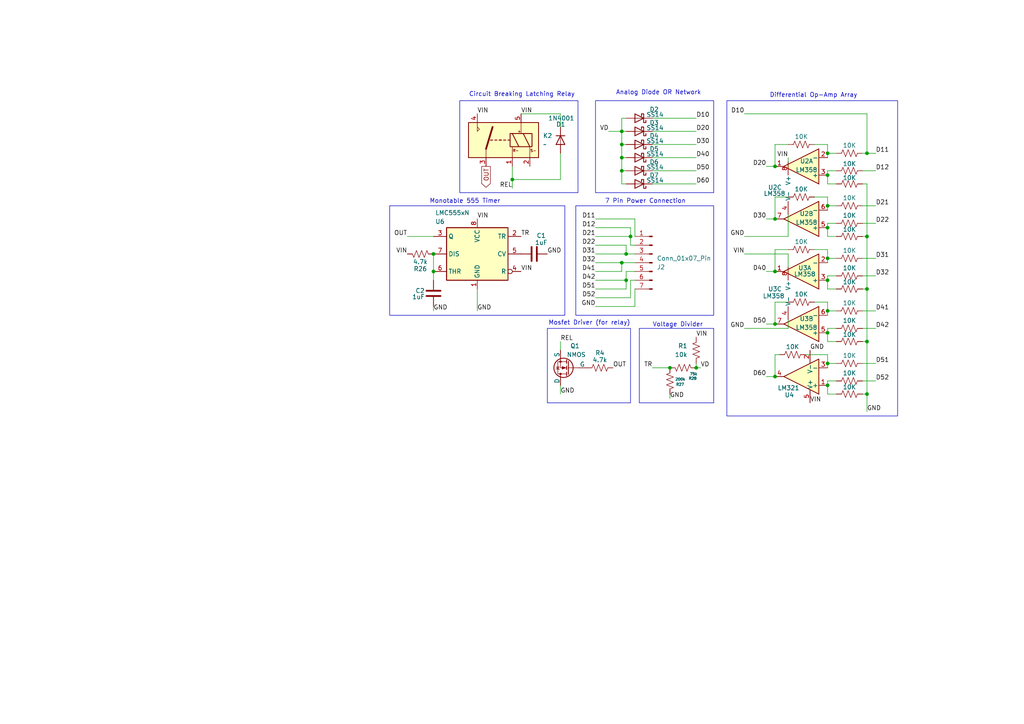
<source format=kicad_sch>
(kicad_sch (version 20250114) (generator "eeschema") (generator_version "9.0")
  (paper "A4")
  (lib_symbols
    (symbol "Amplifier_Operational:LM321" (pin_names (offset 0.127))
      (property "Reference" "U" (at 0 7.62 0))
      (property "Value" "LM321" (at 0 5.08 0))
      (symbol "LM321_0_1"
        (polyline (pts (xy -5.08 5.08) (xy 5.08 0) (xy -5.08 -5.08) (xy -5.08 5.08)) (stroke (width 0.254)) (fill (type background)))
      )
      (symbol "LM321_1_1"
        (pin input line (at -7.62 2.54 0) (length 2.54) (name "+") (number "1"))
        (pin input line (at -7.62 -2.54 0) (length 2.54) (name "-") (number "3"))
        (pin power_in line (at -2.54 7.62 270) (length 3.81) (name "V+") (number "5"))
        (pin power_in line (at -2.54 -7.62 90) (length 3.81) (name "V-") (number "2"))
        (pin output line (at 7.62 0 180) (length 2.54) (name "~") (number "4"))
      )
    )
    (symbol "Amplifier_Operational:LM358" (pin_names (offset 0.127))
      (property "Reference" "U" (at 0 5.08 0))
      (property "Value" "LM358" (at 0 -5.08 0))
      (symbol "LM358_1_1"
        (polyline (pts (xy -5.08 5.08) (xy 5.08 0) (xy -5.08 -5.08) (xy -5.08 5.08)) (stroke (width 0.254)) (fill (type background)))
        (pin input line (at -7.62 2.54 0) (length 2.54) (name "+") (number "3"))
        (pin input line (at -7.62 -2.54 0) (length 2.54) (name "-") (number "2"))
        (pin output line (at 7.62 0 180) (length 2.54) (name "~") (number "1"))
      )
      (symbol "LM358_2_1"
        (polyline (pts (xy -5.08 5.08) (xy 5.08 0) (xy -5.08 -5.08) (xy -5.08 5.08)) (stroke (width 0.254)) (fill (type background)))
        (pin input line (at -7.62 2.54 0) (length 2.54) (name "+") (number "5"))
        (pin input line (at -7.62 -2.54 0) (length 2.54) (name "-") (number "6"))
        (pin output line (at 7.62 0 180) (length 2.54) (name "~") (number "7"))
      )
      (symbol "LM358_3_1"
        (pin power_in line (at -2.54 7.62 270) (length 3.81) (name "V+") (number "8"))
        (pin power_in line (at -2.54 -7.62 90) (length 3.81) (name "V-") (number "4"))
      )
    )
    (symbol "Connector:Conn_01x07_Pin" (pin_names (offset 1.016) (hide yes))
      (property "Reference" "J" (at 0 10.16 0))
      (property "Value" "Conn_01x07_Pin" (at 0 -10.16 0))
      (symbol "Conn_01x07_Pin_1_1"
        (rectangle (start 0.8636 7.747) (end 0 7.493) (stroke (width 0.1524)) (fill (type outline)))
        (rectangle (start 0.8636 5.207) (end 0 4.953) (stroke (width 0.1524)) (fill (type outline)))
        (rectangle (start 0.8636 2.667) (end 0 2.413) (stroke (width 0.1524)) (fill (type outline)))
        (rectangle (start 0.8636 0.127) (end 0 -0.127) (stroke (width 0.1524)) (fill (type outline)))
        (rectangle (start 0.8636 -2.413) (end 0 -2.667) (stroke (width 0.1524)) (fill (type outline)))
        (rectangle (start 0.8636 -4.953) (end 0 -5.207) (stroke (width 0.1524)) (fill (type outline)))
        (rectangle (start 0.8636 -7.493) (end 0 -7.747) (stroke (width 0.1524)) (fill (type outline)))
        (polyline (pts (xy 1.27 7.62) (xy 0.8636 7.62)) (stroke (width 0.1524)))
        (polyline (pts (xy 1.27 5.08) (xy 0.8636 5.08)) (stroke (width 0.1524)))
        (polyline (pts (xy 1.27 2.54) (xy 0.8636 2.54)) (stroke (width 0.1524)))
        (polyline (pts (xy 1.27 0) (xy 0.8636 0)) (stroke (width 0.1524)))
        (polyline (pts (xy 1.27 -2.54) (xy 0.8636 -2.54)) (stroke (width 0.1524)))
        (polyline (pts (xy 1.27 -5.08) (xy 0.8636 -5.08)) (stroke (width 0.1524)))
        (polyline (pts (xy 1.27 -7.62) (xy 0.8636 -7.62)) (stroke (width 0.1524)))
        (pin passive line (at 5.08 7.62 180) (length 3.81) (name "Pin_1") (number "1"))
        (pin passive line (at 5.08 5.08 180) (length 3.81) (name "Pin_2") (number "2"))
        (pin passive line (at 5.08 2.54 180) (length 3.81) (name "Pin_3") (number "3"))
        (pin passive line (at 5.08 0 180) (length 3.81) (name "Pin_4") (number "4"))
        (pin passive line (at 5.08 -2.54 180) (length 3.81) (name "Pin_5") (number "5"))
        (pin passive line (at 5.08 -5.08 180) (length 3.81) (name "Pin_6") (number "6"))
        (pin passive line (at 5.08 -7.62 180) (length 3.81) (name "Pin_7") (number "7"))
      )
    )
    (symbol "Device:C" (pin_numbers (hide yes)) (pin_names (offset 0.254))
      (property "Reference" "C" (at 0.635 2.54 0))
      (property "Value" "C" (at 0.635 -2.54 0))
      (symbol "C_0_1"
        (polyline (pts (xy -2.032 0.762) (xy 2.032 0.762)) (stroke (width 0.508)))
        (polyline (pts (xy -2.032 -0.762) (xy 2.032 -0.762)) (stroke (width 0.508)))
      )
      (symbol "C_1_1"
        (pin passive line (at 0 3.81 270) (length 2.794) (name "~") (number "1"))
        (pin passive line (at 0 -3.81 90) (length 2.794) (name "~") (number "2"))
      )
    )
    (symbol "Device:R_US" (pin_numbers (hide yes)) (pin_names (offset 0))
      (property "Reference" "R" (at 2.54 0 90))
      (property "Value" "R_US" (at -2.54 0 90))
      (symbol "R_US_0_1"
        (polyline (pts (xy 0 2.286) (xy 0 2.54)))
        (polyline (pts (xy 0 2.286) (xy 1.016 1.905) (xy 0 1.524) (xy -1.016 1.143) (xy 0 0.762)))
        (polyline (pts (xy 0 0.762) (xy 1.016 0.381) (xy 0 0) (xy -1.016 -0.381) (xy 0 -0.762)))
        (polyline (pts (xy 0 -0.762) (xy 1.016 -1.143) (xy 0 -1.524) (xy -1.016 -1.905) (xy 0 -2.286)))
        (polyline (pts (xy 0 -2.286) (xy 0 -2.54)))
      )
      (symbol "R_US_1_1"
        (pin passive line (at 0 3.81 270) (length 1.27) (name "~") (number "1"))
        (pin passive line (at 0 -3.81 90) (length 1.27) (name "~") (number "2"))
      )
    )
    (symbol "Diode:1N4001" (pin_numbers (hide yes)) (pin_names (hide yes))
      (property "Reference" "D" (at 0 2.54 0))
      (property "Value" "1N4001" (at 0 -2.54 0))
      (symbol "1N4001_0_1"
        (polyline (pts (xy -1.27 1.27) (xy -1.27 -1.27)) (stroke (width 0.254)))
        (polyline (pts (xy 1.27 1.27) (xy 1.27 -1.27) (xy -1.27 0) (xy 1.27 1.27)) (stroke (width 0.254)))
        (polyline (pts (xy 1.27 0) (xy -1.27 0)))
      )
      (symbol "1N4001_1_1"
        (pin passive line (at -3.81 0 0) (length 2.54) (name "K") (number "1"))
        (pin passive line (at 3.81 0 180) (length 2.54) (name "A") (number "2"))
      )
    )
    (symbol "Diode:SS14" (pin_numbers (hide yes)) (pin_names (offset 1.016) (hide yes))
      (property "Reference" "D" (at 0 2.54 0))
      (property "Value" "SS14" (at 0 -2.54 0))
      (symbol "SS14_0_1"
        (polyline (pts (xy -1.905 0.635) (xy -1.905 1.27) (xy -1.27 1.27) (xy -1.27 -1.27) (xy -0.635 -1.27) (xy -0.635 -0.635)) (stroke (width 0.254)))
        (polyline (pts (xy 1.27 1.27) (xy 1.27 -1.27) (xy -1.27 0) (xy 1.27 1.27)) (stroke (width 0.254)))
        (polyline (pts (xy 1.27 0) (xy -1.27 0)))
      )
      (symbol "SS14_1_1"
        (pin passive line (at -3.81 0 0) (length 2.54) (name "K") (number "1"))
        (pin passive line (at 3.81 0 180) (length 2.54) (name "A") (number "2"))
      )
    )
    (symbol "Relay:Relay_SPST_Latching_2coil_Combined_SR"
      (property "Reference" "K" (at 12.954 5.08 0))
      (symbol "Relay_SPST_Latching_2coil_Combined_SR_0_1"
        (polyline (pts (xy -7.62 -3.81) (xy -7.62 -0.635)))
        (polyline (pts (xy -5.08 6.35) (xy -5.08 3.175)))
        (polyline (pts (xy -2.54 -3.81) (xy -2.54 -0.635)))
      )
      (symbol "Relay_SPST_Latching_2coil_Combined_SR_1_1"
        (rectangle (start -10.16 6.35) (end 10.16 -3.81) (stroke (width 0.254)) (fill (type background)))
        (rectangle (start -8.255 3.175) (end -1.905 -0.635) (stroke (width 0.254)))
        (polyline (pts (xy -7.62 -0.635) (xy -5.715 3.175)) (stroke (width 0.254)))
        (polyline (pts (xy -4.445 -0.635) (xy -2.54 3.175)) (stroke (width 0.254)))
        (polyline (pts (xy -1.905 1.27) (xy -1.27 1.27)) (stroke (width 0.254)))
        (polyline (pts (xy -0.635 1.27) (xy 0 1.27)) (stroke (width 0.254)))
        (polyline (pts (xy 0.635 1.27) (xy 1.27 1.27)) (stroke (width 0.254)))
        (polyline (pts (xy 0.635 1.27) (xy 1.27 1.27)) (stroke (width 0.254)))
        (polyline (pts (xy 1.905 1.27) (xy 2.54 1.27)) (stroke (width 0.254)))
        (polyline (pts (xy 3.175 1.27) (xy 3.81 1.27)) (stroke (width 0.254)))
        (polyline (pts (xy 5.08 -1.27) (xy 3.175 5.08)) (stroke (width 0.508)))
        (polyline (pts (xy 5.08 -1.27) (xy 5.08 -3.81)))
        (polyline (pts (xy 7.62 5.08) (xy 7.62 6.35)))
        (polyline (pts (xy 7.62 5.08) (xy 7.62 3.81) (xy 6.985 4.445) (xy 7.62 5.08)))
        (text "S-" (at -8.636 -1.778 0) (effects (font (size 0.762 0.762))))
        (text "+" (at -4.572 3.81 0) (effects (font (size 0.762 0.762))))
        (text "R-" (at -3.556 -1.778 0) (effects (font (size 0.762 0.762))))
        (pin passive line (at -7.62 -6.35 90) (length 2.54) (name "~") (number "2"))
        (pin passive line (at -5.08 8.89 270) (length 2.54) (name "~") (number "5"))
        (pin passive line (at -2.54 -6.35 90) (length 2.54) (name "~") (number "1"))
        (pin passive line (at 5.08 -6.35 90) (length 2.54) (name "~") (number "3"))
        (pin passive line (at 7.62 8.89 270) (length 2.54) (name "~") (number "4"))
      )
    )
    (symbol "Simulation_SPICE:NMOS" (pin_numbers (hide yes)) (pin_names (offset 0))
      (property "Reference" "Q" (at 5.08 1.27 0))
      (property "Value" "NMOS" (at 5.08 -1.27 0))
      (symbol "NMOS_0_1"
        (polyline (pts (xy 0.254 1.905) (xy 0.254 -1.905)) (stroke (width 0.254)))
        (polyline (pts (xy 0.254 0) (xy -2.54 0)))
        (polyline (pts (xy 0.762 2.286) (xy 0.762 1.27)) (stroke (width 0.254)))
        (polyline (pts (xy 0.762 0.508) (xy 0.762 -0.508)) (stroke (width 0.254)))
        (polyline (pts (xy 0.762 -1.27) (xy 0.762 -2.286)) (stroke (width 0.254)))
        (polyline (pts (xy 0.762 -1.778) (xy 3.302 -1.778) (xy 3.302 1.778) (xy 0.762 1.778)))
        (polyline (pts (xy 1.016 0) (xy 2.032 0.381) (xy 2.032 -0.381) (xy 1.016 0)) (fill (type outline)))
        (circle (center 1.651 0) (radius 2.794) (stroke (width 0.254)))
        (polyline (pts (xy 2.54 2.54) (xy 2.54 1.778)))
        (circle (center 2.54 1.778) (radius 0.254) (fill (type outline)))
        (circle (center 2.54 -1.778) (radius 0.254) (fill (type outline)))
        (polyline (pts (xy 2.54 -2.54) (xy 2.54 0) (xy 0.762 0)))
        (polyline (pts (xy 2.794 0.508) (xy 2.921 0.381) (xy 3.683 0.381) (xy 3.81 0.254)))
        (polyline (pts (xy 3.302 0.381) (xy 2.921 -0.254) (xy 3.683 -0.254) (xy 3.302 0.381)))
      )
      (symbol "NMOS_1_1"
        (pin input line (at -5.08 0 0) (length 2.54) (name "G") (number "2"))
        (pin passive line (at 2.54 5.08 270) (length 2.54) (name "D") (number "1"))
        (pin passive line (at 2.54 -5.08 90) (length 2.54) (name "S") (number "3"))
      )
    )
    (symbol "Timer:LMC555xN"
      (property "Reference" "U" (at -10.16 8.89 0))
      (property "Value" "LMC555xN" (at 2.54 8.89 0))
      (symbol "LMC555xN_0_0"
        (pin power_in line (at 0 10.16 270) (length 2.54) (name "VCC") (number "8"))
        (pin power_in line (at 0 -10.16 90) (length 2.54) (name "GND") (number "1"))
      )
      (symbol "LMC555xN_0_1"
        (rectangle (start -8.89 -7.62) (end 8.89 7.62) (stroke (width 0.254)) (fill (type background)))
        (rectangle (start -8.89 -7.62) (end 8.89 7.62) (stroke (width 0.254)) (fill (type background)))
      )
      (symbol "LMC555xN_1_1"
        (pin input line (at -12.7 5.08 0) (length 3.81) (name "TR") (number "2"))
        (pin input line (at -12.7 0 0) (length 3.81) (name "CV") (number "5"))
        (pin input inverted (at -12.7 -5.08 0) (length 3.81) (name "R") (number "4"))
        (pin output line (at 12.7 5.08 180) (length 3.81) (name "Q") (number "3"))
        (pin input line (at 12.7 0 180) (length 3.81) (name "DIS") (number "7"))
        (pin input line (at 12.7 -5.08 180) (length 3.81) (name "THR") (number "6"))
      )
    )
  )
  (rectangle (start 210.82 29.21) (end 260.35 120.65))
  (rectangle (start 167.005 59.69) (end 207.01 91.44))
  (rectangle (start 158.75 95.25) (end 182.88 116.84))
  (rectangle (start 133.35 29.21) (end 167.64 55.88))
  (rectangle (start 113.03 59.69) (end 163.83 91.44))
  (rectangle (start 185.42 95.25) (end 207.01 116.84))
  (rectangle (start 172.72 29.21) (end 207.01 55.88))
  (text "7 Pin Power Connection" (at 187.198 58.42 0) (effects (font (size 1.27 1.27))))
  (text "Mosfet Driver (for relay)" (at 170.942 93.726 0) (effects (font (size 1.27 1.27))))
  (text "Voltage Divider\n" (at 196.596 94.234 0) (effects (font (size 1.27 1.27))))
  (text "Monotable 555 Timer" (at 134.874 58.42 0) (effects (font (size 1.27 1.27))))
  (text "Analog Diode OR Network" (at 191.008 26.924 0) (effects (font (size 1.27 1.27))))
  (text "Circuit Breaking Latching Relay" (at 151.384 27.432 0) (effects (font (size 1.27 1.27))))
  (text "Differential Op-Amp Array" (at 235.966 27.686 0) (effects (font (size 1.27 1.27))))
  (junction (at 240.03 44.45))
  (junction (at 180.34 38.1))
  (junction (at 125.73 73.66))
  (junction (at 180.34 45.72))
  (junction (at 148.59 52.07))
  (junction (at 240.03 96.52))
  (junction (at 240.03 66.04))
  (junction (at 224.79 63.5))
  (junction (at 194.31 106.68))
  (junction (at 180.34 49.53))
  (junction (at 224.79 93.98))
  (junction (at 180.34 41.91))
  (junction (at 251.46 114.3))
  (junction (at 251.46 44.45))
  (junction (at 180.34 76.2))
  (junction (at 240.03 105.41))
  (junction (at 240.03 81.28))
  (junction (at 181.61 81.28))
  (junction (at 224.79 48.26))
  (junction (at 240.03 111.76))
  (junction (at 224.79 109.22))
  (junction (at 224.79 78.74))
  (junction (at 125.73 78.74))
  (junction (at 240.03 59.69))
  (junction (at 251.46 99.06))
  (junction (at 240.03 90.17))
  (junction (at 251.46 68.58))
  (junction (at 240.03 74.93))
  (junction (at 182.88 68.58))
  (junction (at 240.03 50.8))
  (junction (at 181.61 73.66))
  (junction (at 201.93 106.68))
  (junction (at 251.46 83.82))
  (wire (pts (xy 182.88 66.04) (xy 182.88 68.58)))
  (wire (pts (xy 180.34 76.2) (xy 184.15 76.2)))
  (wire (pts (xy 224.79 72.39) (xy 224.79 78.74)))
  (wire (pts (xy 189.23 53.34) (xy 201.93 53.34)))
  (wire (pts (xy 184.15 78.74) (xy 181.61 78.74)))
  (wire (pts (xy 224.79 57.15) (xy 224.79 63.5)))
  (wire (pts (xy 148.59 52.07) (xy 148.59 48.26)))
  (wire (pts (xy 242.57 80.01) (xy 240.03 80.01)))
  (wire (pts (xy 118.11 68.58) (xy 125.73 68.58)))
  (wire (pts (xy 162.56 33.02) (xy 162.56 36.83)))
  (wire (pts (xy 240.03 45.72) (xy 240.03 44.45)))
  (wire (pts (xy 184.15 83.82) (xy 184.15 88.9)))
  (wire (pts (xy 240.03 90.17) (xy 240.03 87.63)))
  (wire (pts (xy 228.6 62.23) (xy 228.6 68.58)))
  (wire (pts (xy 240.03 106.68) (xy 240.03 105.41)))
  (wire (pts (xy 184.15 68.58) (xy 184.15 63.5)))
  (wire (pts (xy 240.03 60.96) (xy 240.03 59.69)))
  (wire (pts (xy 240.03 50.8) (xy 240.03 53.34)))
  (wire (pts (xy 240.03 110.49) (xy 240.03 111.76)))
  (wire (pts (xy 162.56 99.06) (xy 162.56 101.6)))
  (wire (pts (xy 240.03 59.69) (xy 240.03 57.15)))
  (wire (pts (xy 240.03 91.44) (xy 240.03 90.17)))
  (wire (pts (xy 240.03 53.34) (xy 242.57 53.34)))
  (wire (pts (xy 240.03 64.77) (xy 240.03 66.04)))
  (wire (pts (xy 228.6 45.72) (xy 228.6 46.99)))
  (wire (pts (xy 172.72 88.9) (xy 184.15 88.9)))
  (wire (pts (xy 228.6 57.15) (xy 224.79 57.15)))
  (wire (pts (xy 250.19 90.17) (xy 254 90.17)))
  (wire (pts (xy 228.6 92.71) (xy 228.6 95.25)))
  (wire (pts (xy 240.03 72.39) (xy 236.22 72.39)))
  (wire (pts (xy 222.25 48.26) (xy 224.79 48.26)))
  (wire (pts (xy 250.19 99.06) (xy 251.46 99.06)))
  (wire (pts (xy 180.34 38.1) (xy 180.34 41.91)))
  (wire (pts (xy 162.56 52.07) (xy 148.59 52.07)))
  (wire (pts (xy 250.19 68.58) (xy 251.46 68.58)))
  (wire (pts (xy 240.03 57.15) (xy 236.22 57.15)))
  (wire (pts (xy 184.15 81.28) (xy 182.88 81.28)))
  (wire (pts (xy 254 110.49) (xy 250.19 110.49)))
  (wire (pts (xy 228.6 41.91) (xy 224.79 41.91)))
  (wire (pts (xy 250.19 114.3) (xy 251.46 114.3)))
  (wire (pts (xy 251.46 99.06) (xy 251.46 114.3)))
  (wire (pts (xy 250.19 44.45) (xy 251.46 44.45)))
  (wire (pts (xy 222.25 93.98) (xy 224.79 93.98)))
  (wire (pts (xy 224.79 41.91) (xy 224.79 48.26)))
  (wire (pts (xy 172.72 81.28) (xy 181.61 81.28)))
  (wire (pts (xy 162.56 111.76) (xy 162.56 114.3)))
  (wire (pts (xy 250.19 59.69) (xy 254 59.69)))
  (wire (pts (xy 189.23 41.91) (xy 201.93 41.91)))
  (wire (pts (xy 240.03 44.45) (xy 242.57 44.45)))
  (wire (pts (xy 148.59 52.07) (xy 148.59 54.61)))
  (wire (pts (xy 240.03 80.01) (xy 240.03 81.28)))
  (wire (pts (xy 228.6 72.39) (xy 224.79 72.39)))
  (wire (pts (xy 181.61 73.66) (xy 181.61 71.12)))
  (wire (pts (xy 180.34 41.91) (xy 181.61 41.91)))
  (wire (pts (xy 151.13 33.02) (xy 162.56 33.02)))
  (wire (pts (xy 240.03 96.52) (xy 240.03 99.06)))
  (wire (pts (xy 172.72 76.2) (xy 180.34 76.2)))
  (wire (pts (xy 242.57 110.49) (xy 240.03 110.49)))
  (wire (pts (xy 251.46 44.45) (xy 251.46 33.02)))
  (wire (pts (xy 251.46 44.45) (xy 254 44.45)))
  (wire (pts (xy 215.9 33.02) (xy 251.46 33.02)))
  (wire (pts (xy 242.57 64.77) (xy 240.03 64.77)))
  (wire (pts (xy 240.03 99.06) (xy 242.57 99.06)))
  (wire (pts (xy 240.03 49.53) (xy 240.03 50.8)))
  (wire (pts (xy 226.06 102.87) (xy 224.79 102.87)))
  (wire (pts (xy 176.53 38.1) (xy 180.34 38.1)))
  (wire (pts (xy 240.03 44.45) (xy 240.03 41.91)))
  (wire (pts (xy 172.72 68.58) (xy 182.88 68.58)))
  (wire (pts (xy 189.23 34.29) (xy 201.93 34.29)))
  (wire (pts (xy 250.19 74.93) (xy 254 74.93)))
  (wire (pts (xy 240.03 87.63) (xy 236.22 87.63)))
  (wire (pts (xy 254 95.25) (xy 250.19 95.25)))
  (wire (pts (xy 222.25 109.22) (xy 224.79 109.22)))
  (wire (pts (xy 222.25 78.74) (xy 224.79 78.74)))
  (wire (pts (xy 138.43 83.82) (xy 138.43 90.17)))
  (wire (pts (xy 215.9 73.66) (xy 228.6 73.66)))
  (wire (pts (xy 180.34 76.2) (xy 180.34 78.74)))
  (wire (pts (xy 181.61 49.53) (xy 180.34 49.53)))
  (wire (pts (xy 180.34 45.72) (xy 180.34 49.53)))
  (wire (pts (xy 201.93 106.68) (xy 203.2 106.68)))
  (wire (pts (xy 251.46 68.58) (xy 251.46 83.82)))
  (wire (pts (xy 184.15 73.66) (xy 181.61 73.66)))
  (wire (pts (xy 182.88 68.58) (xy 182.88 71.12)))
  (wire (pts (xy 189.23 106.68) (xy 194.31 106.68)))
  (wire (pts (xy 201.93 105.41) (xy 201.93 106.68)))
  (wire (pts (xy 240.03 102.87) (xy 233.68 102.87)))
  (wire (pts (xy 194.31 114.3) (xy 194.31 115.57)))
  (wire (pts (xy 240.03 74.93) (xy 240.03 72.39)))
  (wire (pts (xy 242.57 95.25) (xy 240.03 95.25)))
  (wire (pts (xy 254 49.53) (xy 250.19 49.53)))
  (wire (pts (xy 254 64.77) (xy 250.19 64.77)))
  (wire (pts (xy 240.03 111.76) (xy 240.03 114.3)))
  (wire (pts (xy 125.73 88.9) (xy 125.73 90.17)))
  (wire (pts (xy 236.22 41.91) (xy 240.03 41.91)))
  (wire (pts (xy 172.72 73.66) (xy 181.61 73.66)))
  (wire (pts (xy 250.19 53.34) (xy 251.46 53.34)))
  (wire (pts (xy 125.73 81.28) (xy 125.73 78.74)))
  (wire (pts (xy 251.46 83.82) (xy 251.46 99.06)))
  (wire (pts (xy 240.03 83.82) (xy 242.57 83.82)))
  (wire (pts (xy 240.03 66.04) (xy 240.03 68.58)))
  (wire (pts (xy 180.34 53.34) (xy 181.61 53.34)))
  (wire (pts (xy 240.03 90.17) (xy 242.57 90.17)))
  (wire (pts (xy 250.19 105.41) (xy 254 105.41)))
  (wire (pts (xy 181.61 78.74) (xy 181.61 81.28)))
  (wire (pts (xy 181.61 34.29) (xy 180.34 34.29)))
  (wire (pts (xy 240.03 76.2) (xy 240.03 74.93)))
  (wire (pts (xy 251.46 53.34) (xy 251.46 68.58)))
  (wire (pts (xy 240.03 105.41) (xy 242.57 105.41)))
  (wire (pts (xy 189.23 45.72) (xy 201.93 45.72)))
  (wire (pts (xy 240.03 68.58) (xy 242.57 68.58)))
  (wire (pts (xy 181.61 81.28) (xy 181.61 83.82)))
  (wire (pts (xy 189.23 38.1) (xy 201.93 38.1)))
  (wire (pts (xy 125.73 78.74) (xy 125.73 73.66)))
  (wire (pts (xy 180.34 34.29) (xy 180.34 38.1)))
  (wire (pts (xy 228.6 87.63) (xy 224.79 87.63)))
  (wire (pts (xy 172.72 83.82) (xy 181.61 83.82)))
  (wire (pts (xy 240.03 95.25) (xy 240.03 96.52)))
  (wire (pts (xy 240.03 105.41) (xy 240.03 102.87)))
  (wire (pts (xy 172.72 71.12) (xy 181.61 71.12)))
  (wire (pts (xy 172.72 86.36) (xy 182.88 86.36)))
  (wire (pts (xy 240.03 81.28) (xy 240.03 83.82)))
  (wire (pts (xy 180.34 38.1) (xy 181.61 38.1)))
  (wire (pts (xy 228.6 77.47) (xy 228.6 73.66)))
  (wire (pts (xy 162.56 44.45) (xy 162.56 52.07)))
  (wire (pts (xy 250.19 83.82) (xy 251.46 83.82)))
  (wire (pts (xy 172.72 78.74) (xy 180.34 78.74)))
  (wire (pts (xy 222.25 63.5) (xy 224.79 63.5)))
  (wire (pts (xy 172.72 66.04) (xy 182.88 66.04)))
  (wire (pts (xy 240.03 114.3) (xy 242.57 114.3)))
  (wire (pts (xy 224.79 87.63) (xy 224.79 93.98)))
  (wire (pts (xy 251.46 114.3) (xy 251.46 119.38)))
  (wire (pts (xy 184.15 71.12) (xy 182.88 71.12)))
  (wire (pts (xy 180.34 41.91) (xy 180.34 45.72)))
  (wire (pts (xy 180.34 49.53) (xy 180.34 53.34)))
  (wire (pts (xy 182.88 81.28) (xy 182.88 86.36)))
  (wire (pts (xy 172.72 63.5) (xy 184.15 63.5)))
  (wire (pts (xy 240.03 74.93) (xy 242.57 74.93)))
  (wire (pts (xy 224.79 102.87) (xy 224.79 109.22)))
  (wire (pts (xy 242.57 49.53) (xy 240.03 49.53)))
  (wire (pts (xy 180.34 45.72) (xy 181.61 45.72)))
  (wire (pts (xy 215.9 68.58) (xy 228.6 68.58)))
  (wire (pts (xy 240.03 59.69) (xy 242.57 59.69)))
  (wire (pts (xy 189.23 49.53) (xy 201.93 49.53)))
  (wire (pts (xy 215.9 95.25) (xy 228.6 95.25)))
  (wire (pts (xy 254 80.01) (xy 250.19 80.01)))
  (label "GND" (at 162.56 114.3 0))
  (label "D31" (at 254 74.93 0))
  (label "D12" (at 254 49.53 0))
  (label "GND" (at 172.72 88.9 180))
  (label "D52" (at 172.72 86.36 180))
  (label "D21" (at 254 59.69 0))
  (label "TR" (at 151.13 68.58 0))
  (label "D10" (at 201.93 34.29 0))
  (label "GND" (at 158.75 73.66 0))
  (label "D11" (at 172.72 63.5 180))
  (label "VIN" (at 151.13 33.02 0))
  (label "D20" (at 201.93 38.1 0))
  (label "GND" (at 215.9 68.58 180))
  (label "VIN" (at 215.9 73.66 180))
  (label "D11" (at 254 44.45 0))
  (label "D42" (at 254 95.25 0))
  (label "GND" (at 215.9 95.25 180))
  (label "TR" (at 189.23 106.68 180))
  (label "OUT" (at 118.11 68.58 180))
  (label "D50" (at 222.25 93.98 180))
  (label "D22" (at 172.72 71.12 180))
  (label "D50" (at 201.93 49.53 0))
  (label "VD" (at 176.53 38.1 180))
  (label "GND" (at 125.73 90.17 0))
  (label "D30" (at 222.25 63.5 180))
  (label "VIN" (at 228.6 45.72 180))
  (label "GND" (at 138.43 90.17 0))
  (label "VIN" (at 138.43 33.02 0))
  (label "D22" (at 254 64.77 0))
  (label "D52" (at 254 110.49 0))
  (label "D41" (at 254 90.17 0))
  (label "D31" (at 172.72 73.66 180))
  (label "D32" (at 172.72 76.2 180))
  (label "D20" (at 222.25 48.26 180))
  (label "D10" (at 215.9 33.02 180))
  (label "GND" (at 234.95 101.6 0))
  (label "D40" (at 222.25 78.74 180))
  (label "GND" (at 194.31 115.57 0))
  (label "OUT" (at 177.8 106.68 0))
  (label "D12" (at 172.72 66.04 180))
  (label "VIN" (at 151.13 78.74 0))
  (label "D41" (at 172.72 78.74 180))
  (label "D51" (at 172.72 83.82 180))
  (label "D51" (at 254 105.41 0))
  (label "VIN" (at 138.43 63.5 0))
  (label "REL" (at 162.56 99.06 0))
  (label "D60" (at 201.93 53.34 0))
  (label "D40" (at 201.93 45.72 0))
  (label "D60" (at 222.25 109.22 180))
  (label "VIN" (at 201.93 97.79 0))
  (label "VIN" (at 118.11 73.66 180))
  (label "GND" (at 251.46 119.38 0))
  (label "VD" (at 203.2 106.68 0))
  (label "D30" (at 201.93 41.91 0))
  (label "D32" (at 254 80.01 0))
  (label "REL" (at 148.59 54.61 180))
  (label "VIN" (at 234.95 116.84 0))
  (label "D42" (at 172.72 81.28 180))
  (label "D21" (at 172.72 68.58 180))
  (global_label "OUT" (shape output) (at 140.97 48.26 270) (property "Intersheetrefs" "${INTERSHEET_REFS}" (effects (hide yes))))
  (symbol (lib_id "Connector:Conn_01x07_Pin") (at 189.23 76.2 0) (mirror y) (unit 1)
    (property "Reference" "J2" (at 190.5 77.4701 0) (effects (justify right)))
    (property "Value" "Conn_01x07_Pin" (at 190.5 74.9301 0) (effects (justify right)))
    (property "Footprint" "Connector_JST:JST_XH_B7B-XH-AM_1x07_P2.50mm_Vertical" (effects (hide yes)))
    (property "Description" "Generic connector, single row, 01x07, script generated" (effects (hide yes)))
  )
  (symbol (lib_id "Device:R_US") (at 194.31 110.49 0) (mirror x) (unit 1)
    (property "Reference" "R27" (at 196.088 111.5061 0) (effects (font (size 0.762 0.762)) (justify left)))
    (property "Value" "200k" (at 195.834 109.982 0) (effects (font (size 0.762 0.762)) (justify left)))
    (property "Footprint" "Resistor_SMD:R_0805_2012Metric" (effects (hide yes)))
    (property "Description" "Resistor, US symbol" (effects (hide yes)))
  )
  (symbol (lib_id "Device:R_US") (at 246.38 83.82 90) (unit 1)
    (property "Reference" "R16" (effects (hide yes)))
    (property "Value" "10K" (at 246.38 81.788 90))
    (property "Footprint" "Resistor_SMD:R_0805_2012Metric" (effects (hide yes)))
    (property "Description" "Resistor, US symbol" (effects (hide yes)))
  )
  (symbol (lib_id "Diode:1N4001") (at 162.56 40.64 90) (mirror x) (unit 1)
    (property "Reference" "D1" (at 161.29 36.068 90) (effects (justify right)))
    (property "Value" "1N4001" (at 159.004 34.29 90) (effects (justify right)))
    (property "Footprint" "Diode_THT:D_DO-41_SOD81_P10.16mm_Horizontal" (effects (hide yes)))
    (property "Datasheet" "http://www.vishay.com/docs/88503/1n4001.pdf" (effects (hide yes)))
    (property "Description" "50V 1A General Purpose Rectifier Diode, DO-41" (effects (hide yes)))
    (property "Sim.Device" "D" (effects (hide yes)))
    (property "Sim.Pins" "1=K 2=A" (effects (hide yes)))
  )
  (symbol (lib_id "Device:R_US") (at 246.38 49.53 90) (unit 1)
    (property "Reference" "R7" (effects (hide yes)))
    (property "Value" "10K" (at 246.38 47.498 90))
    (property "Footprint" "Resistor_SMD:R_0805_2012Metric" (effects (hide yes)))
    (property "Description" "Resistor, US symbol" (effects (hide yes)))
  )
  (symbol (lib_id "Amplifier_Operational:LM358") (at 232.41 93.98 180) (unit 2)
    (property "Reference" "U3" (at 233.934 92.456 0))
    (property "Value" "LM358" (at 233.934 94.996 0))
    (property "Footprint" "Package_DIP:DIP-8_W7.62mm" (effects (hide yes)))
    (property "Datasheet" "http://www.ti.com/lit/ds/symlink/lm2904-n.pdf" (effects (hide yes)))
    (property "Description" "Low-Power, Dual Operational Amplifiers, DIP-8/SOIC-8/TO-99-8" (effects (hide yes)))
  )
  (symbol (lib_id "Device:R_US") (at 229.87 102.87 90) (unit 1)
    (property "Reference" "R25" (effects (hide yes)))
    (property "Value" "10K" (at 229.87 100.584 90))
    (property "Footprint" "Resistor_SMD:R_0805_2012Metric" (effects (hide yes)))
    (property "Description" "Resistor, US symbol" (effects (hide yes)))
  )
  (symbol (lib_id "Device:C") (at 154.94 73.66 90) (unit 1)
    (property "Reference" "C1" (at 156.972 68.326 90))
    (property "Value" "1uF" (at 156.972 70.358 90))
    (property "Footprint" "Capacitor_SMD:C_0805_2012Metric" (effects (hide yes)))
    (property "Description" "Unpolarized capacitor" (effects (hide yes)))
  )
  (symbol (lib_id "Device:R_US") (at 201.93 101.6 0) (mirror y) (unit 1)
    (property "Reference" "R1" (at 199.39 100.3299 0) (effects (justify left)))
    (property "Value" "10k" (at 199.39 102.8699 0) (effects (justify left)))
    (property "Footprint" "Resistor_SMD:R_0805_2012Metric" (effects (hide yes)))
    (property "Description" "Resistor, US symbol" (effects (hide yes)))
  )
  (symbol (lib_id "Device:R_US") (at 232.41 41.91 90) (unit 1)
    (property "Reference" "R6" (effects (hide yes)))
    (property "Value" "10K" (at 232.41 39.624 90))
    (property "Footprint" "Resistor_SMD:R_0805_2012Metric" (effects (hide yes)))
    (property "Description" "Resistor, US symbol" (effects (hide yes)))
  )
  (symbol (lib_id "Device:R_US") (at 246.38 90.17 90) (unit 1)
    (property "Reference" "R17" (effects (hide yes)))
    (property "Value" "10K" (at 246.38 87.884 90))
    (property "Footprint" "Resistor_SMD:R_0805_2012Metric" (effects (hide yes)))
    (property "Description" "Resistor, US symbol" (effects (hide yes)))
  )
  (symbol (lib_id "Amplifier_Operational:LM321") (at 232.41 109.22 180) (unit 1)
    (property "Reference" "U4" (at 227.584 114.554 0) (effects (justify right)))
    (property "Value" "LM321" (at 225.552 112.522 0) (effects (justify right)))
    (property "Footprint" "Package_TO_SOT_SMD:SOT-23-5" (effects (hide yes)))
    (property "Datasheet" "http://www.ti.com/lit/ds/symlink/lm321.pdf" (effects (hide yes)))
    (property "Description" "Low Power Single Operational Amplifier, SOT-23-5" (effects (hide yes)))
  )
  (symbol (lib_id "Diode:SS14") (at 185.42 41.91 180) (unit 1)
    (property "Reference" "D4" (at 189.738 39.37 0))
    (property "Value" "SS14" (at 189.992 40.894 0))
    (property "Footprint" "Diode_SMD:D_SMA" (effects (hide yes)))
    (property "Datasheet" "https://www.vishay.com/docs/88746/ss12.pdf" (effects (hide yes)))
    (property "Description" "40V 1A Schottky Diode, SMA" (effects (hide yes)))
  )
  (symbol (lib_id "Diode:SS14") (at 185.42 45.72 180) (unit 1)
    (property "Reference" "D5" (at 189.738 43.18 0))
    (property "Value" "SS14" (at 189.992 44.704 0))
    (property "Footprint" "Diode_SMD:D_SMA" (effects (hide yes)))
    (property "Datasheet" "https://www.vishay.com/docs/88746/ss12.pdf" (effects (hide yes)))
    (property "Description" "40V 1A Schottky Diode, SMA" (effects (hide yes)))
  )
  (symbol (lib_id "Diode:SS14") (at 185.42 53.34 180) (unit 1)
    (property "Reference" "D7" (at 189.738 50.8 0))
    (property "Value" "SS14" (at 189.992 52.324 0))
    (property "Footprint" "Diode_SMD:D_SMA" (effects (hide yes)))
    (property "Datasheet" "https://www.vishay.com/docs/88746/ss12.pdf" (effects (hide yes)))
    (property "Description" "40V 1A Schottky Diode, SMA" (effects (hide yes)))
  )
  (symbol (lib_id "Device:R_US") (at 246.38 53.34 90) (unit 1)
    (property "Reference" "R8" (effects (hide yes)))
    (property "Value" "10K" (at 246.38 51.562 90))
    (property "Footprint" "Resistor_SMD:R_0805_2012Metric" (effects (hide yes)))
    (property "Description" "Resistor, US symbol" (effects (hide yes)))
  )
  (symbol (lib_id "Diode:SS14") (at 185.42 38.1 180) (unit 1)
    (property "Reference" "D3" (at 189.738 35.56 0))
    (property "Value" "SS14" (at 189.992 37.084 0))
    (property "Footprint" "Diode_SMD:D_SMA" (effects (hide yes)))
    (property "Datasheet" "https://www.vishay.com/docs/88746/ss12.pdf" (effects (hide yes)))
    (property "Description" "40V 1A Schottky Diode, SMA" (effects (hide yes)))
  )
  (symbol (lib_id "Amplifier_Operational:LM358") (at 232.41 63.5 180) (unit 2)
    (property "Reference" "U2" (at 233.934 61.976 0))
    (property "Value" "LM358" (at 233.934 64.516 0))
    (property "Footprint" "Package_DIP:DIP-8_W7.62mm" (effects (hide yes)))
    (property "Datasheet" "http://www.ti.com/lit/ds/symlink/lm2904-n.pdf" (effects (hide yes)))
    (property "Description" "Low-Power, Dual Operational Amplifiers, DIP-8/SOIC-8/TO-99-8" (effects (hide yes)))
  )
  (symbol (lib_id "Device:R_US") (at 246.38 68.58 90) (unit 1)
    (property "Reference" "R12" (effects (hide yes)))
    (property "Value" "10K" (at 246.38 66.548 90))
    (property "Footprint" "Resistor_SMD:R_0805_2012Metric" (effects (hide yes)))
    (property "Description" "Resistor, US symbol" (effects (hide yes)))
  )
  (symbol (lib_id "Relay:Relay_SPST_Latching_2coil_Combined_SR") (at 146.05 41.91 0) (mirror y) (unit 1)
    (property "Reference" "K2" (at 157.48 39.3699 0) (effects (justify right)))
    (property "Value" "~" (at 157.48 41.9099 0) (effects (justify right)))
    (property "Footprint" "Relay_THT:Relay_SPDT_Panasonic_DR-L" (effects (hide yes)))
  )
  (symbol (lib_id "Device:R_US") (at 232.41 72.39 90) (unit 1)
    (property "Reference" "R23" (effects (hide yes)))
    (property "Value" "10K" (at 232.41 70.104 90))
    (property "Footprint" "Resistor_SMD:R_0805_2012Metric" (effects (hide yes)))
    (property "Description" "Resistor, US symbol" (effects (hide yes)))
  )
  (symbol (lib_id "Device:R_US") (at 246.38 80.01 90) (unit 1)
    (property "Reference" "R14" (effects (hide yes)))
    (property "Value" "10K" (at 246.38 77.724 90))
    (property "Footprint" "Resistor_SMD:R_0805_2012Metric" (effects (hide yes)))
    (property "Description" "Resistor, US symbol" (effects (hide yes)))
  )
  (symbol (lib_id "Device:R_US") (at 246.38 105.41 90) (unit 1)
    (property "Reference" "R20" (effects (hide yes)))
    (property "Value" "10K" (at 246.38 103.124 90))
    (property "Footprint" "Resistor_SMD:R_0805_2012Metric" (effects (hide yes)))
    (property "Description" "Resistor, US symbol" (effects (hide yes)))
  )
  (symbol (lib_id "Device:R_US") (at 246.38 74.93 90) (unit 1)
    (property "Reference" "R13" (effects (hide yes)))
    (property "Value" "10K" (at 246.38 72.644 90))
    (property "Footprint" "Resistor_SMD:R_0805_2012Metric" (effects (hide yes)))
    (property "Description" "Resistor, US symbol" (effects (hide yes)))
  )
  (symbol (lib_id "Device:R_US") (at 246.38 44.45 90) (unit 1)
    (property "Reference" "R5" (effects (hide yes)))
    (property "Value" "10K" (at 246.38 42.164 90))
    (property "Footprint" "Resistor_SMD:R_0805_2012Metric" (effects (hide yes)))
    (property "Description" "Resistor, US symbol" (effects (hide yes)))
  )
  (symbol (lib_id "Device:R_US") (at 246.38 64.77 90) (unit 1)
    (property "Reference" "R11" (effects (hide yes)))
    (property "Value" "10K" (at 246.38 62.484 90))
    (property "Footprint" "Resistor_SMD:R_0805_2012Metric" (effects (hide yes)))
    (property "Description" "Resistor, US symbol" (effects (hide yes)))
  )
  (symbol (lib_id "Device:R_US") (at 232.41 87.63 90) (unit 1)
    (property "Reference" "R24" (effects (hide yes)))
    (property "Value" "10K" (at 232.41 85.344 90))
    (property "Footprint" "Resistor_SMD:R_0805_2012Metric" (effects (hide yes)))
    (property "Description" "Resistor, US symbol" (effects (hide yes)))
  )
  (symbol (lib_id "Diode:SS14") (at 185.42 34.29 180) (unit 1)
    (property "Reference" "D2" (at 189.738 31.75 0))
    (property "Value" "SS14" (at 189.992 33.274 0))
    (property "Footprint" "Diode_SMD:D_SMA" (effects (hide yes)))
    (property "Datasheet" "https://www.vishay.com/docs/88746/ss12.pdf" (effects (hide yes)))
    (property "Description" "40V 1A Schottky Diode, SMA" (effects (hide yes)))
  )
  (symbol (lib_id "Device:R_US") (at 246.38 114.3 90) (unit 1)
    (property "Reference" "R22" (effects (hide yes)))
    (property "Value" "10K" (at 246.38 112.268 90))
    (property "Footprint" "Resistor_SMD:R_0805_2012Metric" (effects (hide yes)))
    (property "Description" "Resistor, US symbol" (effects (hide yes)))
  )
  (symbol (lib_id "Device:R_US") (at 173.99 106.68 270) (unit 1)
    (property "Reference" "R4" (at 173.99 102.362 90))
    (property "Value" "4.7k" (at 173.99 104.394 90))
    (property "Footprint" "Resistor_SMD:R_0805_2012Metric" (effects (hide yes)))
    (property "Description" "Resistor, US symbol" (effects (hide yes)))
  )
  (symbol (lib_id "Amplifier_Operational:LM358") (at 232.41 78.74 180) (unit 1)
    (property "Reference" "U3" (at 233.426 77.724 0))
    (property "Value" "LM358" (at 233.426 79.502 0))
    (property "Footprint" "Package_DIP:DIP-8_W7.62mm" (effects (hide yes)))
    (property "Datasheet" "http://www.ti.com/lit/ds/symlink/lm2904-n.pdf" (effects (hide yes)))
    (property "Description" "Low-Power, Dual Operational Amplifiers, DIP-8/SOIC-8/TO-99-8" (effects (hide yes)))
  )
  (symbol (lib_id "Device:R_US") (at 246.38 99.06 90) (unit 1)
    (property "Reference" "R19" (effects (hide yes)))
    (property "Value" "10K" (at 246.38 97.028 90))
    (property "Footprint" "Resistor_SMD:R_0805_2012Metric" (effects (hide yes)))
    (property "Description" "Resistor, US symbol" (effects (hide yes)))
  )
  (symbol (lib_id "Device:R_US") (at 246.38 110.49 90) (unit 1)
    (property "Reference" "R21" (effects (hide yes)))
    (property "Value" "10K" (at 246.38 108.204 90))
    (property "Footprint" "Resistor_SMD:R_0805_2012Metric" (effects (hide yes)))
    (property "Description" "Resistor, US symbol" (effects (hide yes)))
  )
  (symbol (lib_id "Device:C") (at 125.73 85.09 0) (mirror x) (unit 1)
    (property "Reference" "C2" (at 123.19 84.328 0) (effects (justify right)))
    (property "Value" "1uF" (at 123.19 86.106 0) (effects (justify right)))
    (property "Footprint" "Capacitor_SMD:C_0805_2012Metric" (effects (hide yes)))
    (property "Description" "Unpolarized capacitor" (effects (hide yes)))
  )
  (symbol (lib_id "Device:R_US") (at 232.41 57.15 90) (unit 1)
    (property "Reference" "R10" (effects (hide yes)))
    (property "Value" "10K" (at 232.41 54.864 90))
    (property "Footprint" "Resistor_SMD:R_0805_2012Metric" (effects (hide yes)))
    (property "Description" "Resistor, US symbol" (effects (hide yes)))
  )
  (symbol (lib_id "Device:R_US") (at 246.38 95.25 90) (unit 1)
    (property "Reference" "R18" (effects (hide yes)))
    (property "Value" "10K" (at 246.38 92.964 90))
    (property "Footprint" "Resistor_SMD:R_0805_2012Metric" (effects (hide yes)))
    (property "Description" "Resistor, US symbol" (effects (hide yes)))
  )
  (symbol (lib_id "Amplifier_Operational:LM358") (at 231.14 85.09 0) (unit 3)
    (property "Reference" "U3" (at 222.758 83.82 0) (effects (justify left)))
    (property "Value" "LM358" (at 221.234 85.852 0) (effects (justify left)))
    (property "Footprint" "Package_DIP:DIP-8_W7.62mm" (effects (hide yes)))
    (property "Datasheet" "http://www.ti.com/lit/ds/symlink/lm2904-n.pdf" (effects (hide yes)))
    (property "Description" "Low-Power, Dual Operational Amplifiers, DIP-8/SOIC-8/TO-99-8" (effects (hide yes)))
  )
  (symbol (lib_id "Simulation_SPICE:NMOS") (at 165.1 106.68 180) (unit 1)
    (property "Reference" "Q1" (at 168.148 100.33 0) (effects (justify left)))
    (property "Value" "NMOS" (at 169.926 102.87 0) (effects (justify left)))
    (property "Footprint" "Package_TO_SOT_SMD:SOT-23" (effects (hide yes)))
    (property "Datasheet" "https://ngspice.sourceforge.io/docs/ngspice-html-manual/manual.xhtml#cha_MOSFETs" (effects (hide yes)))
    (property "Description" "N-MOSFET transistor, drain/source/gate" (effects (hide yes)))
    (property "Sim.Device" "NMOS" (effects (hide yes)))
    (property "Sim.Type" "VDMOS" (effects (hide yes)))
    (property "Sim.Pins" "1=D 2=G 3=S" (effects (hide yes)))
  )
  (symbol (lib_id "Amplifier_Operational:LM358") (at 232.41 48.26 180) (unit 1)
    (property "Reference" "U2" (at 233.934 46.736 0))
    (property "Value" "LM358" (at 233.934 49.276 0))
    (property "Footprint" "Package_DIP:DIP-8_W7.62mm" (effects (hide yes)))
    (property "Datasheet" "http://www.ti.com/lit/ds/symlink/lm2904-n.pdf" (effects (hide yes)))
    (property "Description" "Low-Power, Dual Operational Amplifiers, DIP-8/SOIC-8/TO-99-8" (effects (hide yes)))
  )
  (symbol (lib_id "Amplifier_Operational:LM358") (at 231.14 54.61 0) (unit 3)
    (property "Reference" "U2" (at 222.758 54.356 0) (effects (justify left)))
    (property "Value" "LM358" (at 221.488 56.134 0) (effects (justify left)))
    (property "Footprint" "Package_DIP:DIP-8_W7.62mm" (effects (hide yes)))
    (property "Datasheet" "http://www.ti.com/lit/ds/symlink/lm2904-n.pdf" (effects (hide yes)))
    (property "Description" "Low-Power, Dual Operational Amplifiers, DIP-8/SOIC-8/TO-99-8" (effects (hide yes)))
  )
  (symbol (lib_id "Device:R_US") (at 198.12 106.68 90) (mirror x) (unit 1)
    (property "Reference" "R28" (at 200.914 109.728 90) (effects (font (size 0.762 0.762))))
    (property "Value" "75k" (at 201.168 108.458 90) (effects (font (size 0.762 0.762))))
    (property "Footprint" "Resistor_SMD:R_0805_2012Metric" (effects (hide yes)))
    (property "Description" "Resistor, US symbol" (effects (hide yes)))
  )
  (symbol (lib_id "Timer:LMC555xN") (at 138.43 73.66 0) (mirror y) (unit 1)
    (property "Reference" "U6" (at 126.238 64.262 0) (effects (justify right)))
    (property "Value" "LMC555xN" (at 126.238 61.722 0) (effects (justify right)))
    (property "Footprint" "Package_DIP:DIP-8_W7.62mm" (effects (hide yes)))
    (property "Datasheet" "http://www.ti.com/lit/ds/symlink/lmc555.pdf" (effects (hide yes)))
    (property "Description" "CMOS Timer, 555 compatible, PDIP-8" (effects (hide yes)))
  )
  (symbol (lib_id "Device:R_US") (at 121.92 73.66 90) (mirror x) (unit 1)
    (property "Reference" "R26" (at 121.92 77.978 90))
    (property "Value" "4.7k" (at 121.92 75.946 90))
    (property "Footprint" "Resistor_SMD:R_0805_2012Metric" (effects (hide yes)))
    (property "Description" "Resistor, US symbol" (effects (hide yes)))
  )
  (symbol (lib_id "Diode:SS14") (at 185.42 49.53 180) (unit 1)
    (property "Reference" "D6" (at 189.738 46.99 0))
    (property "Value" "SS14" (at 189.992 48.514 0))
    (property "Footprint" "Diode_SMD:D_SMA" (effects (hide yes)))
    (property "Datasheet" "https://www.vishay.com/docs/88746/ss12.pdf" (effects (hide yes)))
    (property "Description" "40V 1A Schottky Diode, SMA" (effects (hide yes)))
  )
  (symbol (lib_id "Device:R_US") (at 246.38 59.69 90) (unit 1)
    (property "Reference" "R9" (effects (hide yes)))
    (property "Value" "10K" (at 246.38 57.404 90))
    (property "Footprint" "Resistor_SMD:R_0805_2012Metric" (effects (hide yes)))
    (property "Description" "Resistor, US symbol" (effects (hide yes)))
  )
)
</source>
